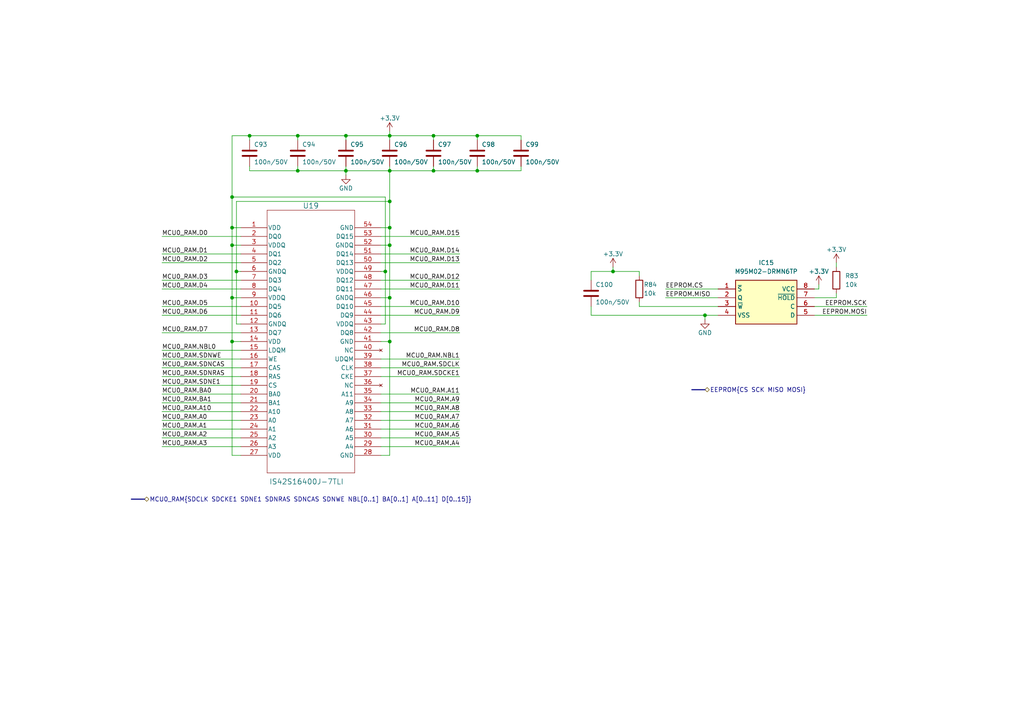
<source format=kicad_sch>
(kicad_sch (version 20230121) (generator eeschema)
  (paper "A4")
  (lib_symbols
    (symbol "Device:C" (pin_numbers hide) (pin_names (offset 0.254))
      (property "Reference" "C" (at 0.635 2.54 0))
      (property "Value" "C" (at 0.635 -2.54 0))
      (symbol "C_0_1"
        (polyline (pts (xy -2.032 -0.762) (xy 2.032 -0.762)) (stroke (width 0.508)))
        (polyline (pts (xy -2.032 0.762) (xy 2.032 0.762)) (stroke (width 0.508)))
      )
      (symbol "C_1_1"
        (pin passive line (at 0 3.81 270) (length 2.794) (name "~") (number "1"))
        (pin passive line (at 0 -3.81 90) (length 2.794) (name "~") (number "2"))
      )
    )
    (symbol "Device:R" (pin_numbers hide) (pin_names (offset 0))
      (property "Reference" "R" (at 2.032 0 90))
      (property "Value" "R" (at 0 0 90))
      (symbol "R_0_1"
        (rectangle (start -1.016 -2.54) (end 1.016 2.54) (stroke (width 0.254)))
      )
      (symbol "R_1_1"
        (pin passive line (at 0 3.81 270) (length 1.27) (name "~") (number "1"))
        (pin passive line (at 0 -3.81 90) (length 1.27) (name "~") (number "2"))
      )
    )
    (symbol "IS42S16400J-7TLI:IS42S16400J-7TLI" (pin_names (offset 0.254))
      (property "Reference" "U" (at 20.32 10.16 0))
      (property "Value" "IS42S16400J-7TLI" (at 20.32 7.62 0))
      (symbol "IS42S16400J-7TLI_0_1"
        (polyline (pts (xy 7.62 -71.12) (xy 33.02 -71.12)) (stroke (width 0.127)))
        (polyline (pts (xy 7.62 5.08) (xy 7.62 -71.12)) (stroke (width 0.127)))
        (polyline (pts (xy 33.02 -71.12) (xy 33.02 5.08)) (stroke (width 0.127)))
        (polyline (pts (xy 33.02 5.08) (xy 7.62 5.08)) (stroke (width 0.127)))
        (pin power_in line (at 0 0 0) (length 7.62) (name "VDD") (number "1"))
        (pin bidirectional line (at 0 -22.86 0) (length 7.62) (name "DQ5") (number "10"))
        (pin bidirectional line (at 0 -25.4 0) (length 7.62) (name "DQ6") (number "11"))
        (pin power_out line (at 0 -27.94 0) (length 7.62) (name "GNDQ") (number "12"))
        (pin bidirectional line (at 0 -30.48 0) (length 7.62) (name "DQ7") (number "13"))
        (pin power_in line (at 0 -33.02 0) (length 7.62) (name "VDD") (number "14"))
        (pin bidirectional line (at 0 -35.56 0) (length 7.62) (name "LDQM") (number "15"))
        (pin input line (at 0 -38.1 0) (length 7.62) (name "WE") (number "16"))
        (pin input line (at 0 -40.64 0) (length 7.62) (name "CAS") (number "17"))
        (pin input line (at 0 -43.18 0) (length 7.62) (name "RAS") (number "18"))
        (pin input line (at 0 -45.72 0) (length 7.62) (name "CS") (number "19"))
        (pin bidirectional line (at 0 -2.54 0) (length 7.62) (name "DQ0") (number "2"))
        (pin bidirectional line (at 0 -48.26 0) (length 7.62) (name "BA0") (number "20"))
        (pin bidirectional line (at 0 -50.8 0) (length 7.62) (name "BA1") (number "21"))
        (pin input line (at 0 -53.34 0) (length 7.62) (name "A10") (number "22"))
        (pin input line (at 0 -55.88 0) (length 7.62) (name "A0") (number "23"))
        (pin input line (at 0 -58.42 0) (length 7.62) (name "A1") (number "24"))
        (pin input line (at 0 -60.96 0) (length 7.62) (name "A2") (number "25"))
        (pin input line (at 0 -63.5 0) (length 7.62) (name "A3") (number "26"))
        (pin power_in line (at 0 -66.04 0) (length 7.62) (name "VDD") (number "27"))
        (pin power_out line (at 40.64 -66.04 180) (length 7.62) (name "GND") (number "28"))
        (pin input line (at 40.64 -63.5 180) (length 7.62) (name "A4") (number "29"))
        (pin power_in line (at 0 -5.08 0) (length 7.62) (name "VDDQ") (number "3"))
        (pin input line (at 40.64 -60.96 180) (length 7.62) (name "A5") (number "30"))
        (pin input line (at 40.64 -58.42 180) (length 7.62) (name "A6") (number "31"))
        (pin input line (at 40.64 -55.88 180) (length 7.62) (name "A7") (number "32"))
        (pin input line (at 40.64 -53.34 180) (length 7.62) (name "A8") (number "33"))
        (pin input line (at 40.64 -50.8 180) (length 7.62) (name "A9") (number "34"))
        (pin input line (at 40.64 -48.26 180) (length 7.62) (name "A11") (number "35"))
        (pin no_connect line (at 40.64 -45.72 180) (length 7.62) (name "NC") (number "36"))
        (pin unspecified line (at 40.64 -43.18 180) (length 7.62) (name "CKE") (number "37"))
        (pin input line (at 40.64 -40.64 180) (length 7.62) (name "CLK") (number "38"))
        (pin bidirectional line (at 40.64 -38.1 180) (length 7.62) (name "UDQM") (number "39"))
        (pin bidirectional line (at 0 -7.62 0) (length 7.62) (name "DQ1") (number "4"))
        (pin no_connect line (at 40.64 -35.56 180) (length 7.62) (name "NC") (number "40"))
        (pin power_out line (at 40.64 -33.02 180) (length 7.62) (name "GND") (number "41"))
        (pin bidirectional line (at 40.64 -30.48 180) (length 7.62) (name "DQ8") (number "42"))
        (pin power_in line (at 40.64 -27.94 180) (length 7.62) (name "VDDQ") (number "43"))
        (pin bidirectional line (at 40.64 -25.4 180) (length 7.62) (name "DQ9") (number "44"))
        (pin bidirectional line (at 40.64 -22.86 180) (length 7.62) (name "DQ10") (number "45"))
        (pin power_out line (at 40.64 -20.32 180) (length 7.62) (name "GNDQ") (number "46"))
        (pin bidirectional line (at 40.64 -17.78 180) (length 7.62) (name "DQ11") (number "47"))
        (pin bidirectional line (at 40.64 -15.24 180) (length 7.62) (name "DQ12") (number "48"))
        (pin power_in line (at 40.64 -12.7 180) (length 7.62) (name "VDDQ") (number "49"))
        (pin bidirectional line (at 0 -10.16 0) (length 7.62) (name "DQ2") (number "5"))
        (pin bidirectional line (at 40.64 -10.16 180) (length 7.62) (name "DQ13") (number "50"))
        (pin bidirectional line (at 40.64 -7.62 180) (length 7.62) (name "DQ14") (number "51"))
        (pin power_out line (at 40.64 -5.08 180) (length 7.62) (name "GNDQ") (number "52"))
        (pin bidirectional line (at 40.64 -2.54 180) (length 7.62) (name "DQ15") (number "53"))
        (pin power_out line (at 40.64 0 180) (length 7.62) (name "GND") (number "54"))
        (pin power_out line (at 0 -12.7 0) (length 7.62) (name "GNDQ") (number "6"))
        (pin bidirectional line (at 0 -15.24 0) (length 7.62) (name "DQ3") (number "7"))
        (pin bidirectional line (at 0 -17.78 0) (length 7.62) (name "DQ4") (number "8"))
        (pin power_in line (at 0 -20.32 0) (length 7.62) (name "VDDQ") (number "9"))
      )
    )
    (symbol "M95M02-DRMN6TP:M95M02-DRMN6TP"
      (property "Reference" "IC" (at 24.13 7.62 0))
      (property "Value" "M95M02-DRMN6TP" (at 24.13 5.08 0))
      (symbol "M95M02-DRMN6TP_1_1"
        (rectangle (start 5.08 2.54) (end 22.86 -10.16) (stroke (width 0.254)) (fill (type background)))
        (pin passive line (at 0 0 0) (length 5.08) (name "~{S}") (number "1"))
        (pin passive line (at 0 -2.54 0) (length 5.08) (name "Q") (number "2"))
        (pin passive line (at 0 -5.08 0) (length 5.08) (name "~{W}") (number "3"))
        (pin passive line (at 0 -7.62 0) (length 5.08) (name "VSS") (number "4"))
        (pin passive line (at 27.94 -7.62 180) (length 5.08) (name "D") (number "5"))
        (pin passive line (at 27.94 -5.08 180) (length 5.08) (name "C") (number "6"))
        (pin passive line (at 27.94 -2.54 180) (length 5.08) (name "~{HOLD}") (number "7"))
        (pin passive line (at 27.94 0 180) (length 5.08) (name "VCC") (number "8"))
      )
    )
    (symbol "bmsPower_Symbols:+3V3_0" (power) (in_bom no) (on_board no)
      (property "Value" "+3V3_0" (at 0 3.302 0))
      (symbol "+3V3_0_0_1"
        (polyline (pts (xy -0.762 1.27) (xy 0 2.54)))
        (polyline (pts (xy 0 0) (xy 0 2.54)))
        (polyline (pts (xy 0 2.54) (xy 0.762 1.27)))
      )
      (symbol "+3V3_0_1_1"
        (pin power_in line (at 0 0 90) (length 0) hide (name "+3.3V") (number "1"))
      )
    )
    (symbol "bmsPower_Symbols:GND_0" (power) (in_bom no) (on_board no)
      (property "Value" "GND_0" (at 0 -4.064 0))
      (symbol "GND_0_0_1"
        (polyline (pts (xy 0 0) (xy 0 -1.27) (xy 1.27 -1.27) (xy 0 -2.54) (xy -1.27 -1.27) (xy 0 -1.27)))
      )
      (symbol "GND_0_1_1"
        (pin power_in line (at 0 0 270) (length 0) hide (name "GND") (number "1"))
      )
    )
  )
  (junction (at 113.03 86.36))
  (junction (at 177.8 78.74))
  (junction (at 125.73 49.53))
  (junction (at 72.39 39.37))
  (junction (at 100.33 39.37))
  (junction (at 100.33 49.53))
  (junction (at 67.31 86.36))
  (junction (at 113.03 58.42))
  (junction (at 111.76 78.74))
  (junction (at 125.73 39.37))
  (junction (at 113.03 99.06))
  (junction (at 67.31 66.04))
  (junction (at 86.36 49.53))
  (junction (at 113.03 66.04))
  (junction (at 113.03 49.53))
  (junction (at 86.36 39.37))
  (junction (at 204.47 91.44))
  (junction (at 67.31 99.06))
  (junction (at 68.58 78.74))
  (junction (at 113.03 39.37))
  (junction (at 67.31 71.12))
  (junction (at 113.03 71.12))
  (junction (at 138.43 49.53))
  (junction (at 67.31 57.15))
  (junction (at 138.43 39.37))
  (wire (pts (xy 185.42 78.74) (xy 185.42 80.01)))
  (wire (pts (xy 72.39 39.37) (xy 86.36 39.37)))
  (wire (pts (xy 110.49 132.08) (xy 113.03 132.08)))
  (wire (pts (xy 67.31 57.15) (xy 111.76 57.15)))
  (wire (pts (xy 113.03 49.53) (xy 113.03 58.42)))
  (wire (pts (xy 110.49 96.52) (xy 133.35 96.52)))
  (wire (pts (xy 72.39 48.26) (xy 72.39 49.53)))
  (wire (pts (xy 46.99 101.6) (xy 69.85 101.6)))
  (wire (pts (xy 110.49 73.66) (xy 133.35 73.66)))
  (wire (pts (xy 242.57 76.2) (xy 242.57 77.47)))
  (wire (pts (xy 46.99 83.82) (xy 69.85 83.82)))
  (wire (pts (xy 68.58 58.42) (xy 68.58 78.74)))
  (wire (pts (xy 67.31 99.06) (xy 69.85 99.06)))
  (wire (pts (xy 138.43 48.26) (xy 138.43 49.53)))
  (wire (pts (xy 86.36 39.37) (xy 86.36 40.64)))
  (wire (pts (xy 110.49 124.46) (xy 133.35 124.46)))
  (wire (pts (xy 100.33 50.8) (xy 100.33 49.53)))
  (wire (pts (xy 110.49 83.82) (xy 133.35 83.82)))
  (wire (pts (xy 110.49 71.12) (xy 113.03 71.12)))
  (wire (pts (xy 110.49 121.92) (xy 133.35 121.92)))
  (wire (pts (xy 46.99 106.68) (xy 69.85 106.68)))
  (wire (pts (xy 68.58 78.74) (xy 68.58 93.98)))
  (wire (pts (xy 86.36 39.37) (xy 100.33 39.37)))
  (wire (pts (xy 46.99 116.84) (xy 69.85 116.84)))
  (wire (pts (xy 46.99 73.66) (xy 69.85 73.66)))
  (wire (pts (xy 86.36 49.53) (xy 100.33 49.53)))
  (wire (pts (xy 68.58 58.42) (xy 113.03 58.42)))
  (bus (pts (xy 200.66 113.03) (xy 204.47 113.03)))
  (wire (pts (xy 113.03 58.42) (xy 113.03 66.04)))
  (wire (pts (xy 110.49 109.22) (xy 133.35 109.22)))
  (wire (pts (xy 204.47 91.44) (xy 208.28 91.44)))
  (wire (pts (xy 100.33 39.37) (xy 113.03 39.37)))
  (wire (pts (xy 67.31 39.37) (xy 72.39 39.37)))
  (wire (pts (xy 46.99 91.44) (xy 69.85 91.44)))
  (wire (pts (xy 110.49 78.74) (xy 111.76 78.74)))
  (wire (pts (xy 46.99 124.46) (xy 69.85 124.46)))
  (wire (pts (xy 110.49 81.28) (xy 133.35 81.28)))
  (wire (pts (xy 125.73 39.37) (xy 125.73 40.64)))
  (wire (pts (xy 86.36 48.26) (xy 86.36 49.53)))
  (wire (pts (xy 110.49 104.14) (xy 133.35 104.14)))
  (wire (pts (xy 46.99 111.76) (xy 69.85 111.76)))
  (wire (pts (xy 125.73 48.26) (xy 125.73 49.53)))
  (wire (pts (xy 204.47 92.71) (xy 204.47 91.44)))
  (wire (pts (xy 236.22 86.36) (xy 242.57 86.36)))
  (wire (pts (xy 46.99 88.9) (xy 69.85 88.9)))
  (wire (pts (xy 110.49 129.54) (xy 133.35 129.54)))
  (wire (pts (xy 138.43 39.37) (xy 151.13 39.37)))
  (wire (pts (xy 236.22 83.82) (xy 237.49 83.82)))
  (wire (pts (xy 46.99 114.3) (xy 69.85 114.3)))
  (wire (pts (xy 46.99 96.52) (xy 69.85 96.52)))
  (wire (pts (xy 110.49 99.06) (xy 113.03 99.06)))
  (wire (pts (xy 185.42 88.9) (xy 208.28 88.9)))
  (wire (pts (xy 100.33 48.26) (xy 100.33 49.53)))
  (wire (pts (xy 68.58 93.98) (xy 69.85 93.98)))
  (wire (pts (xy 100.33 39.37) (xy 100.33 40.64)))
  (wire (pts (xy 237.49 82.55) (xy 237.49 83.82)))
  (wire (pts (xy 46.99 121.92) (xy 69.85 121.92)))
  (wire (pts (xy 251.46 91.44) (xy 236.22 91.44)))
  (wire (pts (xy 67.31 71.12) (xy 67.31 86.36)))
  (wire (pts (xy 67.31 99.06) (xy 67.31 132.08)))
  (wire (pts (xy 242.57 85.09) (xy 242.57 86.36)))
  (wire (pts (xy 171.45 91.44) (xy 204.47 91.44)))
  (wire (pts (xy 111.76 57.15) (xy 111.76 78.74)))
  (wire (pts (xy 46.99 127) (xy 69.85 127)))
  (wire (pts (xy 251.46 88.9) (xy 236.22 88.9)))
  (wire (pts (xy 138.43 39.37) (xy 138.43 40.64)))
  (wire (pts (xy 177.8 77.47) (xy 177.8 78.74)))
  (wire (pts (xy 113.03 48.26) (xy 113.03 49.53)))
  (wire (pts (xy 67.31 86.36) (xy 69.85 86.36)))
  (wire (pts (xy 67.31 86.36) (xy 67.31 99.06)))
  (bus (pts (xy 38.1 144.78) (xy 41.91 144.78)))
  (wire (pts (xy 113.03 99.06) (xy 113.03 132.08)))
  (wire (pts (xy 113.03 66.04) (xy 113.03 71.12)))
  (wire (pts (xy 46.99 129.54) (xy 69.85 129.54)))
  (wire (pts (xy 46.99 119.38) (xy 69.85 119.38)))
  (wire (pts (xy 67.31 39.37) (xy 67.31 57.15)))
  (wire (pts (xy 110.49 127) (xy 133.35 127)))
  (wire (pts (xy 67.31 132.08) (xy 69.85 132.08)))
  (wire (pts (xy 67.31 66.04) (xy 67.31 71.12)))
  (wire (pts (xy 100.33 49.53) (xy 113.03 49.53)))
  (wire (pts (xy 171.45 78.74) (xy 171.45 81.28)))
  (wire (pts (xy 46.99 104.14) (xy 69.85 104.14)))
  (wire (pts (xy 68.58 78.74) (xy 69.85 78.74)))
  (wire (pts (xy 110.49 76.2) (xy 133.35 76.2)))
  (wire (pts (xy 185.42 87.63) (xy 185.42 88.9)))
  (wire (pts (xy 110.49 91.44) (xy 133.35 91.44)))
  (wire (pts (xy 113.03 71.12) (xy 113.03 86.36)))
  (wire (pts (xy 193.04 83.82) (xy 208.28 83.82)))
  (wire (pts (xy 46.99 68.58) (xy 69.85 68.58)))
  (wire (pts (xy 111.76 78.74) (xy 111.76 93.98)))
  (wire (pts (xy 110.49 106.68) (xy 133.35 106.68)))
  (wire (pts (xy 46.99 81.28) (xy 69.85 81.28)))
  (wire (pts (xy 67.31 66.04) (xy 69.85 66.04)))
  (wire (pts (xy 72.39 39.37) (xy 72.39 40.64)))
  (wire (pts (xy 110.49 119.38) (xy 133.35 119.38)))
  (wire (pts (xy 113.03 38.1) (xy 113.03 39.37)))
  (wire (pts (xy 110.49 86.36) (xy 113.03 86.36)))
  (wire (pts (xy 138.43 49.53) (xy 151.13 49.53)))
  (wire (pts (xy 113.03 49.53) (xy 125.73 49.53)))
  (wire (pts (xy 151.13 48.26) (xy 151.13 49.53)))
  (wire (pts (xy 125.73 49.53) (xy 138.43 49.53)))
  (wire (pts (xy 110.49 93.98) (xy 111.76 93.98)))
  (wire (pts (xy 151.13 39.37) (xy 151.13 40.64)))
  (wire (pts (xy 125.73 39.37) (xy 138.43 39.37)))
  (wire (pts (xy 46.99 109.22) (xy 69.85 109.22)))
  (wire (pts (xy 113.03 39.37) (xy 113.03 40.64)))
  (wire (pts (xy 67.31 57.15) (xy 67.31 66.04)))
  (wire (pts (xy 110.49 114.3) (xy 133.35 114.3)))
  (wire (pts (xy 46.99 76.2) (xy 69.85 76.2)))
  (wire (pts (xy 72.39 49.53) (xy 86.36 49.53)))
  (wire (pts (xy 110.49 116.84) (xy 133.35 116.84)))
  (wire (pts (xy 67.31 71.12) (xy 69.85 71.12)))
  (wire (pts (xy 113.03 39.37) (xy 125.73 39.37)))
  (wire (pts (xy 110.49 68.58) (xy 133.35 68.58)))
  (wire (pts (xy 171.45 88.9) (xy 171.45 91.44)))
  (wire (pts (xy 193.04 86.36) (xy 208.28 86.36)))
  (wire (pts (xy 110.49 66.04) (xy 113.03 66.04)))
  (wire (pts (xy 110.49 88.9) (xy 133.35 88.9)))
  (wire (pts (xy 177.8 78.74) (xy 185.42 78.74)))
  (wire (pts (xy 171.45 78.74) (xy 177.8 78.74)))
  (wire (pts (xy 113.03 86.36) (xy 113.03 99.06)))
  (label "EEPROM.MOSI" (at 251.46 91.44 180))
  (label "MCU0_RAM.D11" (at 133.35 83.82 180))
  (label "MCU0_RAM.D6" (at 46.99 91.44 0))
  (label "MCU0_RAM.D8" (at 133.35 96.52 180))
  (label "MCU0_RAM.SDCLK" (at 133.35 106.68 180))
  (label "MCU0_RAM.A3" (at 46.99 129.54 0))
  (label "MCU0_RAM.BA1" (at 46.99 116.84 0))
  (label "MCU0_RAM.A8" (at 133.35 119.38 180))
  (label "MCU0_RAM.NBL1" (at 133.35 104.14 180))
  (label "MCU0_RAM.SDCKE1" (at 133.35 109.22 180))
  (label "MCU0_RAM.A6" (at 133.35 124.46 180))
  (label "MCU0_RAM.A10" (at 46.99 119.38 0))
  (label "MCU0_RAM.D2" (at 46.99 76.2 0))
  (label "EEPROM.SCK" (at 251.46 88.9 180))
  (label "MCU0_RAM.SDNWE" (at 46.99 104.14 0))
  (label "MCU0_RAM.D5" (at 46.99 88.9 0))
  (label "MCU0_RAM.NBL0" (at 46.99 101.6 0))
  (label "MCU0_RAM.D14" (at 133.35 73.66 180))
  (label "MCU0_RAM.SDNRAS" (at 46.99 109.22 0))
  (label "MCU0_RAM.D15" (at 133.35 68.58 180))
  (label "MCU0_RAM.A0" (at 46.99 121.92 0))
  (label "MCU0_RAM.A9" (at 133.35 116.84 180))
  (label "MCU0_RAM.A11" (at 133.35 114.3 180))
  (label "MCU0_RAM.D3" (at 46.99 81.28 0))
  (label "MCU0_RAM.D9" (at 133.35 91.44 180))
  (label "MCU0_RAM.D12" (at 133.35 81.28 180))
  (label "MCU0_RAM.SDNCAS" (at 46.99 106.68 0))
  (label "MCU0_RAM.D4" (at 46.99 83.82 0))
  (label "MCU0_RAM.A5" (at 133.35 127 180))
  (label "MCU0_RAM.D10" (at 133.35 88.9 180))
  (label "MCU0_RAM.D7" (at 46.99 96.52 0))
  (label "MCU0_RAM.A7" (at 133.35 121.92 180))
  (label "EEPROM.CS" (at 193.04 83.82 0))
  (label "EEPROM.MISO" (at 193.04 86.36 0))
  (label "MCU0_RAM.D0" (at 46.99 68.58 0))
  (label "MCU0_RAM.D1" (at 46.99 73.66 0))
  (label "MCU0_RAM.A2" (at 46.99 127 0))
  (label "MCU0_RAM.SDNE1" (at 46.99 111.76 0))
  (label "MCU0_RAM.A1" (at 46.99 124.46 0))
  (label "MCU0_RAM.D13" (at 133.35 76.2 180))
  (label "MCU0_RAM.BA0" (at 46.99 114.3 0))
  (label "MCU0_RAM.A4" (at 133.35 129.54 180))
  (hierarchical_label "EEPROM{CS SCK MISO MOSI}" (shape bidirectional) (at 204.47 113.03 0))
  (hierarchical_label "MCU0_RAM{SDCLK SDCKE1 SDNE1 SDNRAS SDNCAS SDNWE NBL[0..1] BA[0..1] A[0..11] D[0..15]}" (shape bidirectional) (at 41.91 144.78 0))
  (symbol (lib_id "Device:C") (at 113.03 44.45 0) (unit 1)
    (property "Reference" "C96" (at 114.3 41.91 0) (effects (justify left)))
    (property "Value" "100n/50V" (at 114.3 46.99 0) (effects (justify left)))
    (property "Footprint" "Capacitor_SMD:C_0603_1608Metric" (effects hide))
  )
  (symbol (lib_id "Device:C") (at 138.43 44.45 0) (unit 1)
    (property "Reference" "C98" (at 139.7 41.91 0) (effects (justify left)))
    (property "Value" "100n/50V" (at 139.7 46.99 0) (effects (justify left)))
    (property "Footprint" "Capacitor_SMD:C_0603_1608Metric" (effects hide))
  )
  (symbol (lib_id "Device:C") (at 86.36 44.45 0) (unit 1)
    (property "Reference" "C94" (at 87.63 41.91 0) (effects (justify left)))
    (property "Value" "100n/50V" (at 87.63 46.99 0) (effects (justify left)))
    (property "Footprint" "Capacitor_SMD:C_0603_1608Metric" (effects hide))
  )
  (symbol (lib_id "Device:C") (at 72.39 44.45 0) (unit 1)
    (property "Reference" "C93" (at 73.66 41.91 0) (effects (justify left)))
    (property "Value" "100n/50V" (at 73.66 46.99 0) (effects (justify left)))
    (property "Footprint" "Capacitor_SMD:C_0603_1608Metric" (effects hide))
  )
  (symbol (lib_id "bmsPower_Symbols:GND_0") (at 100.33 50.8 0) (unit 1) (in_bom no) (on_board no)
    (property "Reference" "#PWR0177" (effects hide))
    (property "Value" "GND_0" (at 100.33 54.61 0))
  )
  (symbol (lib_id "Device:R") (at 185.42 83.82 0) (unit 1)
    (property "Reference" "R84" (at 186.69 82.55 0) (effects (justify left)))
    (property "Value" "10k" (at 186.69 85.09 0) (effects (justify left)))
    (property "Footprint" "Resistor_SMD:R_0603_1608Metric" (effects hide))
  )
  (symbol (lib_id "M95M02-DRMN6TP:M95M02-DRMN6TP") (at 208.28 83.82 0) (unit 1)
    (property "Reference" "IC15" (at 222.25 76.2 0))
    (property "Value" "M95M02-DRMN6TP" (at 222.25 78.74 0))
    (property "Footprint" "M95M02-DRMN6TP:SOIC127P600X175-8N" (effects hide))
    (property "Datasheet" "http://www.st.com/web/en/resource/technical/document/datasheet/CD00290531.pdf" (effects hide))
    (property "Height" "1.75" (effects hide))
    (property "Manufacturer_Name" "STMicroelectronics" (effects hide))
    (property "Manufacturer_Part_Number" "M95M02-DRMN6TP" (effects hide))
    (property "Mouser Part Number" "511-M95M02-DRMN6TP" (effects hide))
    (property "Mouser Price/Stock" "https://www.mouser.co.uk/ProductDetail/STMicroelectronics/M95M02-DRMN6TP?qs=zwAaJLMVt4xhSU5CC6dRzg%3D%3D" (effects hide))
    (property "Arrow Part Number" "M95M02-DRMN6TP" (effects hide))
    (property "Arrow Price/Stock" "https://www.arrow.com/en/products/m95m02-drmn6tp/stmicroelectronics?region=nac" (effects hide))
  )
  (symbol (lib_id "bmsPower_Symbols:GND_0") (at 204.47 92.71 0) (unit 1) (in_bom no) (on_board no)
    (property "Reference" "#PWR0181" (effects hide))
    (property "Value" "GND_0" (at 204.47 96.52 0))
  )
  (symbol (lib_id "Device:C") (at 125.73 44.45 0) (unit 1)
    (property "Reference" "C97" (at 127 41.91 0) (effects (justify left)))
    (property "Value" "100n/50V" (at 127 46.99 0) (effects (justify left)))
    (property "Footprint" "Capacitor_SMD:C_0603_1608Metric" (effects hide))
  )
  (symbol (lib_id "Device:C") (at 100.33 44.45 0) (unit 1)
    (property "Reference" "C95" (at 101.6 41.91 0) (effects (justify left)))
    (property "Value" "100n/50V" (at 101.6 46.99 0) (effects (justify left)))
    (property "Footprint" "Capacitor_SMD:C_0603_1608Metric" (effects hide))
  )
  (symbol (lib_id "Device:R") (at 242.57 81.28 0) (unit 1)
    (property "Reference" "R83" (at 245.11 80.01 0) (effects (justify left)))
    (property "Value" "10k" (at 245.11 82.55 0) (effects (justify left)))
    (property "Footprint" "Resistor_SMD:R_0603_1608Metric" (effects hide))
  )
  (symbol (lib_id "bmsPower_Symbols:+3V3_0") (at 177.8 77.47 0) (unit 1) (in_bom no) (on_board no)
    (property "Reference" "#PWR0179" (effects hide))
    (property "Value" "+3V3_0" (at 177.8 73.66 0))
  )
  (symbol (lib_id "bmsPower_Symbols:+3V3_0") (at 113.03 38.1 0) (unit 1) (in_bom no) (on_board no)
    (property "Reference" "#PWR0176" (effects hide))
    (property "Value" "+3V3_0" (at 113.03 34.29 0))
  )
  (symbol (lib_id "bmsPower_Symbols:+3V3_0") (at 237.49 82.55 0) (unit 1) (in_bom no) (on_board no)
    (property "Reference" "#PWR0180" (effects hide))
    (property "Value" "+3V3_0" (at 237.49 78.74 0))
  )
  (symbol (lib_id "bmsPower_Symbols:+3V3_0") (at 242.57 76.2 0) (unit 1) (in_bom no) (on_board no)
    (property "Reference" "#PWR0178" (effects hide))
    (property "Value" "+3V3_0" (at 242.57 72.39 0))
  )
  (symbol (lib_id "Device:C") (at 171.45 85.09 0) (unit 1)
    (property "Reference" "C100" (at 172.72 82.55 0) (effects (justify left)))
    (property "Value" "100n/50V" (at 172.72 87.63 0) (effects (justify left)))
    (property "Footprint" "Capacitor_SMD:C_0603_1608Metric" (effects hide))
  )
  (symbol (lib_id "IS42S16400J-7TLI:IS42S16400J-7TLI") (at 69.85 66.04 0) (unit 1)
    (property "Reference" "U19" (at 90.17 59.69 0) (effects (font (size 1.524 1.524))))
    (property "Value" "IS42S16400J-7TLI" (at 88.9 139.7 0) (effects (font (size 1.524 1.524))))
    (property "Footprint" "IS42S16400J-7TLI:54L_TSOP-2_400_ISI" (effects hide))
    (property "Datasheet" "IS42S16400J-7TLI" (effects hide))
  )
  (symbol (lib_id "Device:C") (at 151.13 44.45 0) (unit 1)
    (property "Reference" "C99" (at 152.4 41.91 0) (effects (justify left)))
    (property "Value" "100n/50V" (at 152.4 46.99 0) (effects (justify left)))
    (property "Footprint" "Capacitor_SMD:C_0603_1608Metric" (effects hide))
  )
)
</source>
